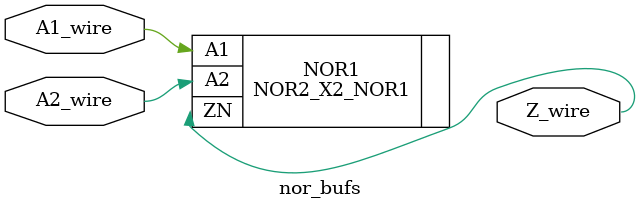
<source format=v>
/*
###############################################################
#  Generated by:      Cadence Innovus 19.11-s128_1
#  OS:                Linux x86_64(Host ID asic.ecs.tuwien.ac.at)
#  Generated on:      Sun May 23 09:10:18 2021
#  Design:            nor_bufs
#  Command:           write_netlist nor_bufs_post.v
###############################################################
*/
// Generated by Cadence Genus(TM) Synthesis Solution 19.11-s087_1
// Generated on: May 23 2021 09:09:18 CEST (May 23 2021 07:09:18 UTC)
// Verification Directory fv/nor_bufs 
module nor_bufs (
	A1_wire, 
	A2_wire, 
	Z_wire);
   input A1_wire;
   input A2_wire;
   output Z_wire;

   // Internal wires
   // wire A1_wire_2;
   // wire A1_wire_3;
   // wire A1_wire_4;
   // wire A1_wire_5;
   // wire A1_wire_6;
   // wire A2_wire_2;
   // wire A2_wire_3;
   // wire A2_wire_4;
   // wire A2_wire_5;
   // wire A2_wire_6;
   // wire Z_wire_1;

   // BUF_X2_BUFA11 BUF_A1_1 (.I(A1),
	// .Z(A1_wire_2));
   // BUF_X2_BUFA12 BUF_A1_2 (.I(A1_wire_2),
	// .Z(A1_wire_3));
   // BUF_X2_BUFA13 BUF_A1_3 (.I(A1_wire_3),
	// .Z(A1_wire_4));
   // BUF_X2_BUFA14 BUF_A1_4 (.I(A1_wire_4),
	// .Z(A1_wire_5));
   // BUF_X2_BUFA15 BUF_A1_5 (.I(A1_wire_5),
	// .Z(A1_wire_6));
   // BUF_X2_BUFA21 BUF_A2_1 (.I(A2),
	// .Z(A2_wire_2));
   // BUF_X2_BUFA22 BUF_A2_2 (.I(A2_wire_2),
	// .Z(A2_wire_3));
   // BUF_X2_BUFA23 BUF_A2_3 (.I(A2_wire_3),
	// .Z(A2_wire_4));
   // BUF_X2_BUFA24 BUF_A2_4 (.I(A2_wire_4),
	// .Z(A2_wire_5));
   // BUF_X2_BUFA25 BUF_A2_5 (.I(A2_wire_5),
	// .Z(A2_wire_6));
   // BUF_X2_BUFZ1 BUF_Z_1 (.I(Z_wire_1),
	// .Z(Z));
   // NOR2_X2_NOR1 NOR1 (.A1(A1_wire_6),
	// .A2(A2_wire_6),
	// .ZN(Z_wire_1));

   NOR2_X2_NOR1 NOR1 (.A1(A1_wire),
	.A2(A2_wire),
	.ZN(Z_wire));
endmodule

</source>
